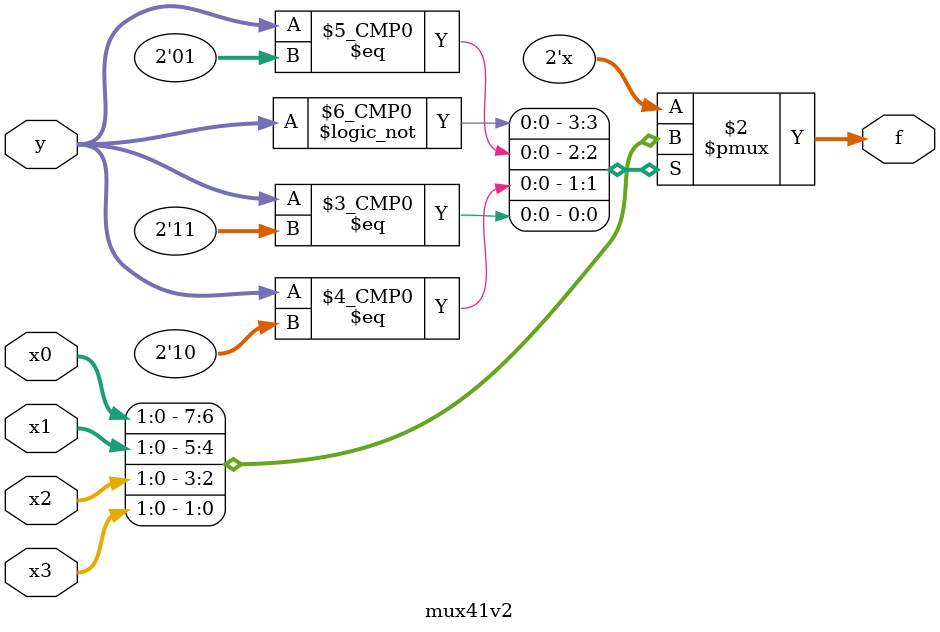
<source format=v>
module mux41v2(
    input [1:0] x0,
    input [1:0] x1,
    input [1:0] x2,
    input [1:0] x3,
    input [1:0] y,
    output reg [1:0]f
);
    always @(*)
    begin
        case(y)
            0: f = x0;
            1: f = x1;
            2: f = x2;
            3: f = x3;
            default: ;
        endcase
    end
endmodule

</source>
